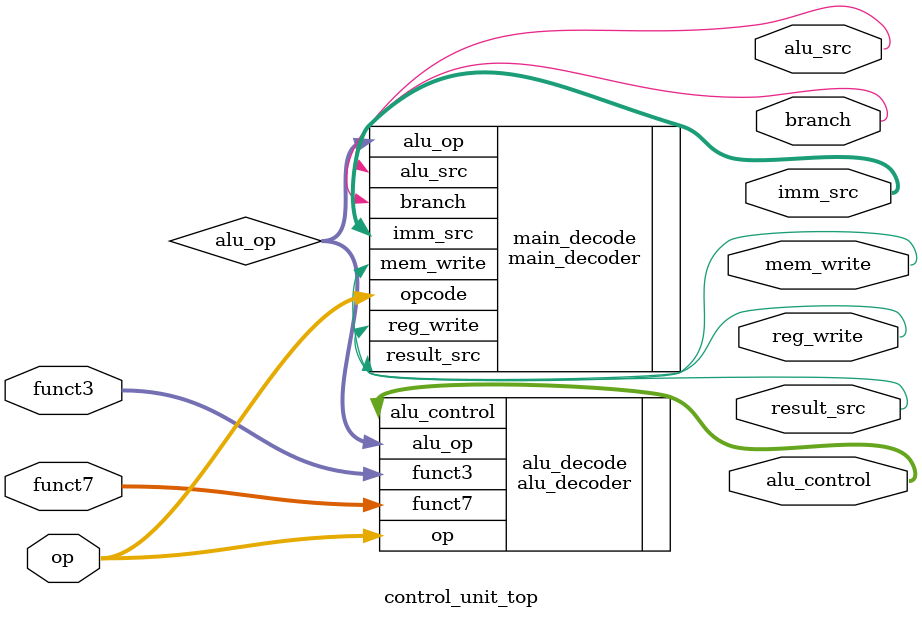
<source format=v>
`timescale 1ns/1ns

module control_unit_top(op,reg_write,imm_src,alu_src,mem_write,result_src,branch,funct3,funct7,alu_control);

input [6:0] op,funct7;
input [2:0] funct3;

output reg_write,alu_src,mem_write,result_src,branch;
output [1:0] imm_src;
output [2:0] alu_control;

wire [1:0] alu_op;


main_decoder main_decode(.opcode(op),
                         .branch(branch),
                         .result_src(result_src),
                         .mem_write(mem_write),
                         .alu_src(alu_src),
                         .imm_src(imm_src),
                         .reg_write(reg_write),
                         .alu_op(alu_op));


alu_decoder alu_decode(.alu_op(alu_op),
                       .funct3(funct3),
                       .funct7(funct7),
                       .op(op),
                       .alu_control(alu_control));

endmodule
</source>
